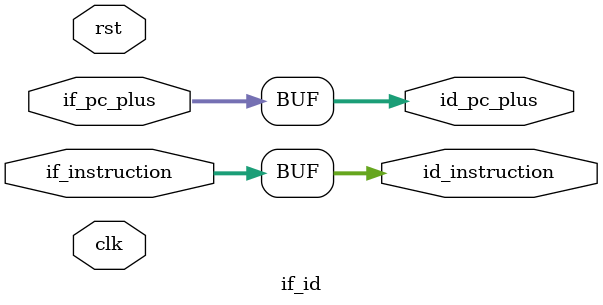
<source format=v>
module if_id(if_pc_plus, if_instruction, id_pc_plus, id_instruction, clk, rst);

    input clk, rst;
    input [15:0] if_pc_plus, if_instruction;
    output [15:0] id_pc_plus, id_instruction;

    assign id_pc_plus = if_pc_plus;
    assign id_instruction = if_instruction;
/*    dff inst_flop[15:0] (
        .d(if_instruction), // input
        .q(id_instruction), // output
        .clk(clk),          // Clock signal
        .rst(rst)           // reset signal
    );
    
    dff pc_plus_flop[15:0] (
        .d(if_pc_plus),  // input
        .q(id_pc_plus),  // output
        .clk(clk),       // Clock signal
        .rst(rst)        // reset signal
    ); */
endmodule

</source>
